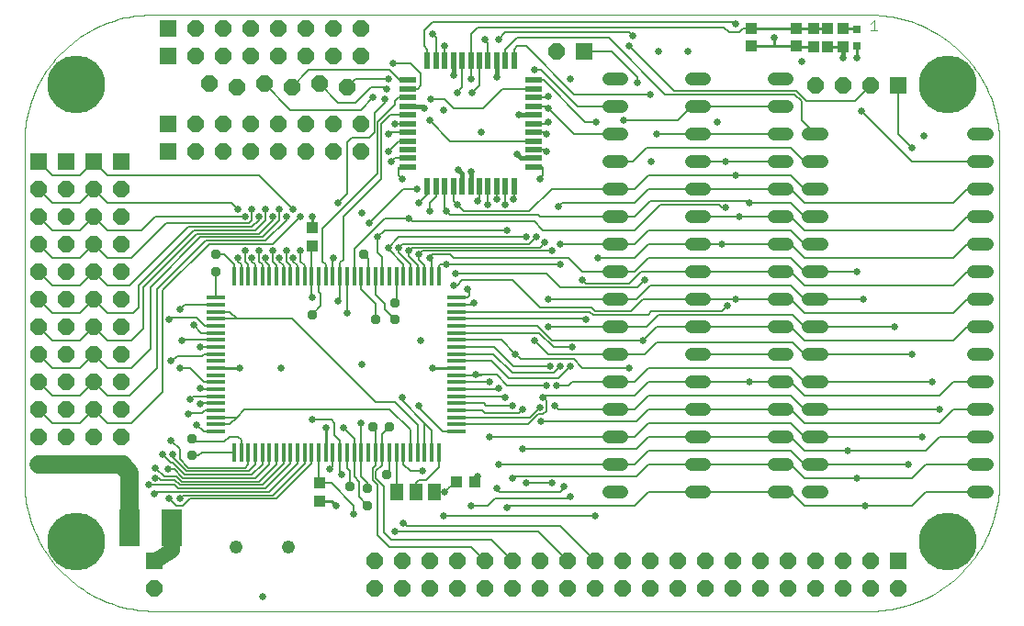
<source format=gtl>
G75*
%MOIN*%
%OFA0B0*%
%FSLAX24Y24*%
%IPPOS*%
%LPD*%
%AMOC8*
5,1,8,0,0,1.08239X$1,22.5*
%
%ADD10C,0.0000*%
%ADD11C,0.0030*%
%ADD12R,0.0394X0.0433*%
%ADD13R,0.0315X0.0315*%
%ADD14R,0.0433X0.0394*%
%ADD15C,0.2100*%
%ADD16R,0.0157X0.0709*%
%ADD17R,0.0709X0.0157*%
%ADD18C,0.0480*%
%ADD19R,0.0394X0.0394*%
%ADD20R,0.0600X0.0600*%
%ADD21OC8,0.0600*%
%ADD22R,0.0591X0.0197*%
%ADD23R,0.0197X0.0591*%
%ADD24C,0.0480*%
%ADD25OC8,0.0337*%
%ADD26R,0.0748X0.1339*%
%ADD27R,0.0512X0.0591*%
%ADD28C,0.0100*%
%ADD29C,0.0258*%
%ADD30C,0.0660*%
%ADD31C,0.0160*%
%ADD32C,0.0050*%
%ADD33C,0.0560*%
D10*
X005630Y001046D02*
X031435Y001046D01*
X031435Y001047D02*
X031570Y001048D01*
X031705Y001053D01*
X031840Y001062D01*
X031974Y001075D01*
X032108Y001091D01*
X032242Y001111D01*
X032375Y001136D01*
X032507Y001163D01*
X032638Y001195D01*
X032769Y001231D01*
X032898Y001270D01*
X033026Y001312D01*
X033153Y001359D01*
X033278Y001409D01*
X033402Y001462D01*
X033525Y001520D01*
X033646Y001580D01*
X033765Y001644D01*
X033882Y001712D01*
X033997Y001782D01*
X034110Y001856D01*
X034221Y001933D01*
X034329Y002014D01*
X034436Y002097D01*
X034539Y002183D01*
X034641Y002273D01*
X034740Y002365D01*
X034836Y002460D01*
X034929Y002557D01*
X035020Y002658D01*
X035107Y002760D01*
X035192Y002866D01*
X035274Y002973D01*
X035352Y003083D01*
X035427Y003195D01*
X035499Y003310D01*
X035568Y003426D01*
X035634Y003544D01*
X035696Y003664D01*
X035754Y003786D01*
X035810Y003909D01*
X035861Y004034D01*
X035909Y004160D01*
X035953Y004288D01*
X035994Y004417D01*
X036031Y004546D01*
X036064Y004677D01*
X036094Y004809D01*
X036120Y004942D01*
X036142Y005075D01*
X036160Y005209D01*
X036174Y005343D01*
X036185Y005478D01*
X036191Y005613D01*
X036194Y005748D01*
X036194Y018019D01*
X036191Y018156D01*
X036184Y018293D01*
X036173Y018429D01*
X036159Y018566D01*
X036140Y018701D01*
X036117Y018836D01*
X036091Y018971D01*
X036060Y019104D01*
X036026Y019237D01*
X035988Y019369D01*
X035946Y019499D01*
X035900Y019628D01*
X035850Y019756D01*
X035797Y019882D01*
X035740Y020007D01*
X035680Y020130D01*
X035616Y020251D01*
X035548Y020370D01*
X035477Y020487D01*
X035403Y020602D01*
X035325Y020715D01*
X035245Y020826D01*
X035161Y020934D01*
X035073Y021040D01*
X034983Y021143D01*
X034890Y021243D01*
X034794Y021341D01*
X034695Y021436D01*
X034593Y021528D01*
X034489Y021617D01*
X034382Y021703D01*
X034273Y021785D01*
X034162Y021865D01*
X034048Y021941D01*
X033932Y022014D01*
X033814Y022083D01*
X033694Y022149D01*
X033572Y022212D01*
X033448Y022271D01*
X033323Y022326D01*
X033196Y022378D01*
X033068Y022426D01*
X032938Y022470D01*
X032807Y022510D01*
X032675Y022547D01*
X032542Y022580D01*
X032408Y022608D01*
X032273Y022633D01*
X032138Y022654D01*
X032002Y022671D01*
X031866Y022685D01*
X031729Y022694D01*
X031592Y022699D01*
X031455Y022700D01*
X005498Y022700D01*
X000801Y018123D02*
X000801Y005692D01*
X000805Y005557D01*
X000814Y005422D01*
X000826Y005287D01*
X000842Y005153D01*
X000862Y005019D01*
X000886Y004886D01*
X000913Y004754D01*
X000945Y004622D01*
X000980Y004491D01*
X001019Y004362D01*
X001061Y004233D01*
X001107Y004106D01*
X001157Y003980D01*
X001210Y003856D01*
X001267Y003733D01*
X001327Y003612D01*
X001391Y003492D01*
X001458Y003375D01*
X001529Y003259D01*
X001602Y003146D01*
X001679Y003035D01*
X001759Y002926D01*
X001843Y002819D01*
X001929Y002714D01*
X002018Y002613D01*
X002110Y002513D01*
X002205Y002417D01*
X002302Y002323D01*
X002402Y002232D01*
X002505Y002144D01*
X002610Y002059D01*
X002718Y001977D01*
X002828Y001898D01*
X002940Y001822D01*
X003054Y001749D01*
X003170Y001680D01*
X003288Y001614D01*
X003408Y001552D01*
X003530Y001493D01*
X003653Y001437D01*
X003778Y001385D01*
X003905Y001336D01*
X004032Y001292D01*
X004161Y001250D01*
X004291Y001213D01*
X004422Y001179D01*
X004554Y001149D01*
X004687Y001123D01*
X004820Y001101D01*
X004954Y001082D01*
X005089Y001067D01*
X005224Y001056D01*
X005359Y001049D01*
X005494Y001046D01*
X005630Y001047D01*
X000800Y018123D02*
X000804Y018258D01*
X000812Y018393D01*
X000823Y018527D01*
X000839Y018661D01*
X000858Y018795D01*
X000881Y018928D01*
X000908Y019060D01*
X000939Y019191D01*
X000974Y019321D01*
X001012Y019451D01*
X001055Y019579D01*
X001101Y019705D01*
X001150Y019831D01*
X001203Y019955D01*
X001260Y020077D01*
X001321Y020198D01*
X001384Y020317D01*
X001452Y020434D01*
X001522Y020548D01*
X001596Y020661D01*
X001673Y020772D01*
X001754Y020880D01*
X001837Y020986D01*
X001924Y021090D01*
X002013Y021190D01*
X002106Y021289D01*
X002201Y021384D01*
X002299Y021477D01*
X002400Y021567D01*
X002503Y021654D01*
X002608Y021737D01*
X002717Y021818D01*
X002827Y021896D01*
X002940Y021970D01*
X003054Y022041D01*
X003171Y022109D01*
X003290Y022173D01*
X003410Y022233D01*
X003532Y022291D01*
X003656Y022344D01*
X003781Y022394D01*
X003908Y022441D01*
X004036Y022483D01*
X004165Y022522D01*
X004295Y022557D01*
X004426Y022589D01*
X004558Y022616D01*
X004691Y022640D01*
X004825Y022659D01*
X004959Y022675D01*
X005093Y022687D01*
X005228Y022695D01*
X005362Y022699D01*
X005497Y022700D01*
D11*
X031515Y022387D02*
X031638Y022510D01*
X031638Y022140D01*
X031515Y022140D02*
X031762Y022140D01*
D12*
X029438Y022210D03*
X029438Y021540D03*
X017147Y005750D03*
X016478Y005750D03*
D13*
X031000Y021580D03*
X031000Y022170D03*
D14*
X030500Y022210D03*
X029938Y022210D03*
X029938Y021540D03*
X030500Y021540D03*
X011250Y014960D03*
X011250Y014290D03*
X011500Y005710D03*
X011500Y005040D03*
D15*
X002697Y003572D03*
X002697Y020178D03*
X034303Y020178D03*
X034303Y003572D03*
D16*
X015836Y006811D03*
X015580Y006811D03*
X015324Y006811D03*
X015068Y006811D03*
X014812Y006811D03*
X014556Y006811D03*
X014300Y006811D03*
X014044Y006811D03*
X013788Y006811D03*
X013532Y006811D03*
X013277Y006811D03*
X013021Y006811D03*
X012765Y006811D03*
X012509Y006811D03*
X012253Y006811D03*
X011997Y006811D03*
X011741Y006811D03*
X011485Y006811D03*
X011229Y006811D03*
X010973Y006811D03*
X010718Y006811D03*
X010462Y006811D03*
X010206Y006811D03*
X009950Y006811D03*
X009694Y006811D03*
X009438Y006811D03*
X009182Y006811D03*
X008926Y006811D03*
X008670Y006811D03*
X008414Y006811D03*
X008414Y013189D03*
X008670Y013189D03*
X008926Y013189D03*
X009182Y013189D03*
X009438Y013189D03*
X009694Y013189D03*
X009950Y013189D03*
X010206Y013189D03*
X010462Y013189D03*
X010718Y013189D03*
X010973Y013189D03*
X011229Y013189D03*
X011485Y013189D03*
X011741Y013189D03*
X011997Y013189D03*
X012253Y013189D03*
X012509Y013189D03*
X012765Y013189D03*
X013021Y013189D03*
X013277Y013189D03*
X013532Y013189D03*
X013788Y013189D03*
X014044Y013189D03*
X014300Y013189D03*
X014556Y013189D03*
X014812Y013189D03*
X015068Y013189D03*
X015324Y013189D03*
X015580Y013189D03*
X015836Y013189D03*
D17*
X016495Y012431D03*
X016495Y012175D03*
X016495Y011919D03*
X016495Y011663D03*
X016495Y011407D03*
X016495Y011152D03*
X016495Y010896D03*
X016495Y010640D03*
X016495Y010384D03*
X016495Y010128D03*
X016495Y009872D03*
X016495Y009616D03*
X016495Y009360D03*
X016495Y009104D03*
X016495Y008848D03*
X016495Y008593D03*
X016495Y008337D03*
X016495Y008081D03*
X016495Y007825D03*
X016495Y007569D03*
X007755Y007569D03*
X007755Y007825D03*
X007755Y008081D03*
X007755Y008337D03*
X007755Y008593D03*
X007755Y008848D03*
X007755Y009104D03*
X007755Y009360D03*
X007755Y009616D03*
X007755Y009872D03*
X007755Y010128D03*
X007755Y010384D03*
X007755Y010640D03*
X007755Y010896D03*
X007755Y011152D03*
X007755Y011407D03*
X007755Y011663D03*
X007755Y011919D03*
X007755Y012175D03*
X007755Y012431D03*
D18*
X022010Y012375D02*
X022490Y012375D01*
X022010Y012375D01*
X022010Y011375D02*
X022490Y011375D01*
X022010Y011375D01*
X022010Y010375D02*
X022490Y010375D01*
X022010Y010375D01*
X022010Y009375D02*
X022490Y009375D01*
X022010Y009375D01*
X022010Y008375D02*
X022490Y008375D01*
X022010Y008375D01*
X022010Y007375D02*
X022490Y007375D01*
X022010Y007375D01*
X022010Y006375D02*
X022490Y006375D01*
X022010Y006375D01*
X022010Y005375D02*
X022490Y005375D01*
X022010Y005375D01*
X025010Y005375D02*
X025490Y005375D01*
X025490Y006375D02*
X025010Y006375D01*
X025010Y007375D02*
X025490Y007375D01*
X025490Y008375D02*
X025010Y008375D01*
X025010Y009375D02*
X025490Y009375D01*
X025490Y010375D02*
X025010Y010375D01*
X025010Y011375D02*
X025490Y011375D01*
X025490Y012375D02*
X025010Y012375D01*
X025010Y013375D02*
X025490Y013375D01*
X025490Y014375D02*
X025010Y014375D01*
X025010Y015375D02*
X025490Y015375D01*
X025490Y016375D02*
X025010Y016375D01*
X025010Y017375D02*
X025490Y017375D01*
X025490Y018375D02*
X025010Y018375D01*
X025010Y019375D02*
X025490Y019375D01*
X025490Y020375D02*
X025010Y020375D01*
X022490Y020375D02*
X022010Y020375D01*
X022490Y020375D01*
X022490Y019375D02*
X022010Y019375D01*
X022490Y019375D01*
X022490Y018375D02*
X022010Y018375D01*
X022490Y018375D01*
X022490Y017375D02*
X022010Y017375D01*
X022490Y017375D01*
X022490Y016375D02*
X022010Y016375D01*
X022490Y016375D01*
X022490Y015375D02*
X022010Y015375D01*
X022490Y015375D01*
X022490Y014375D02*
X022010Y014375D01*
X022490Y014375D01*
X022490Y013375D02*
X022010Y013375D01*
X022490Y013375D01*
X028010Y013375D02*
X028490Y013375D01*
X029260Y013375D02*
X029740Y013375D01*
X029740Y012375D02*
X029260Y012375D01*
X028490Y012375D02*
X028010Y012375D01*
X028010Y011375D02*
X028490Y011375D01*
X029260Y011375D02*
X029740Y011375D01*
X029740Y010375D02*
X029260Y010375D01*
X028490Y010375D02*
X028010Y010375D01*
X028010Y009375D02*
X028490Y009375D01*
X029260Y009375D02*
X029740Y009375D01*
X029740Y008375D02*
X029260Y008375D01*
X028490Y008375D02*
X028010Y008375D01*
X028010Y007375D02*
X028490Y007375D01*
X029260Y007375D02*
X029740Y007375D01*
X029740Y006375D02*
X029260Y006375D01*
X028490Y006375D02*
X028010Y006375D01*
X028010Y005375D02*
X028490Y005375D01*
X029260Y005375D02*
X029740Y005375D01*
X035260Y005375D02*
X035740Y005375D01*
X035740Y006375D02*
X035260Y006375D01*
X035260Y007375D02*
X035740Y007375D01*
X035740Y008375D02*
X035260Y008375D01*
X035260Y009375D02*
X035740Y009375D01*
X035740Y010375D02*
X035260Y010375D01*
X035260Y011375D02*
X035740Y011375D01*
X035740Y012375D02*
X035260Y012375D01*
X035260Y013375D02*
X035740Y013375D01*
X035740Y014375D02*
X035260Y014375D01*
X035260Y015375D02*
X035740Y015375D01*
X035740Y016375D02*
X035260Y016375D01*
X035260Y017375D02*
X035740Y017375D01*
X035740Y018375D02*
X035260Y018375D01*
X029740Y018375D02*
X029260Y018375D01*
X028490Y018375D02*
X028010Y018375D01*
X028010Y019375D02*
X028490Y019375D01*
X028490Y020375D02*
X028010Y020375D01*
X028010Y017375D02*
X028490Y017375D01*
X029260Y017375D02*
X029740Y017375D01*
X029740Y016375D02*
X029260Y016375D01*
X028490Y016375D02*
X028010Y016375D01*
X028010Y015375D02*
X028490Y015375D01*
X029260Y015375D02*
X029740Y015375D01*
X029740Y014375D02*
X029260Y014375D01*
X028490Y014375D02*
X028010Y014375D01*
D19*
X028827Y021560D03*
X028827Y022190D03*
X027173Y022190D03*
X027173Y021560D03*
D20*
X032500Y020125D03*
X021125Y021375D03*
X006000Y021188D03*
X006000Y022188D03*
X006000Y018750D03*
X006000Y017750D03*
X004313Y017375D03*
X003313Y017375D03*
X002313Y017375D03*
X001313Y017375D03*
X005500Y002875D03*
X032500Y002875D03*
D21*
X005500Y001875D03*
X004313Y006375D03*
X003313Y006375D03*
X002313Y006375D03*
X001313Y006375D03*
X001313Y007375D03*
X002313Y007375D03*
X003313Y007375D03*
X004313Y007375D03*
X004313Y008375D03*
X003313Y008375D03*
X002313Y008375D03*
X001313Y008375D03*
X001313Y009375D03*
X002313Y009375D03*
X003313Y009375D03*
X004313Y009375D03*
X004313Y010375D03*
X003313Y010375D03*
X002313Y010375D03*
X001313Y010375D03*
X001313Y011375D03*
X002313Y011375D03*
X003313Y011375D03*
X004313Y011375D03*
X004313Y012375D03*
X003313Y012375D03*
X002313Y012375D03*
X001313Y012375D03*
X001313Y013375D03*
X002313Y013375D03*
X003313Y013375D03*
X004313Y013375D03*
X004313Y014375D03*
X003313Y014375D03*
X002313Y014375D03*
X001313Y014375D03*
X001313Y015375D03*
X002313Y015375D03*
X003313Y015375D03*
X004313Y015375D03*
X004313Y016375D03*
X003313Y016375D03*
X002313Y016375D03*
X001313Y016375D03*
X007000Y017750D03*
X008000Y017750D03*
X009000Y017750D03*
X010000Y017750D03*
X011000Y017750D03*
X012000Y017750D03*
X013000Y017750D03*
X013000Y018750D03*
X012000Y018750D03*
X011000Y018750D03*
X010000Y018750D03*
X009000Y018750D03*
X008000Y018750D03*
X007000Y018750D03*
X007500Y020188D03*
X008500Y020063D03*
X009500Y020188D03*
X010500Y020063D03*
X011500Y020188D03*
X012500Y020063D03*
X012000Y021188D03*
X011000Y021188D03*
X010000Y021188D03*
X009000Y021188D03*
X008000Y021188D03*
X007000Y021188D03*
X007000Y022188D03*
X008000Y022188D03*
X009000Y022188D03*
X010000Y022188D03*
X011000Y022188D03*
X012000Y022188D03*
X013000Y022188D03*
X013000Y021188D03*
X020125Y021375D03*
X029500Y020125D03*
X030500Y020125D03*
X031500Y020125D03*
X031500Y002875D03*
X030500Y002875D03*
X029500Y002875D03*
X028500Y002875D03*
X027500Y002875D03*
X026500Y002875D03*
X025500Y002875D03*
X024500Y002875D03*
X023500Y002875D03*
X022500Y002875D03*
X021500Y002875D03*
X020500Y002875D03*
X019500Y002875D03*
X018500Y002875D03*
X017500Y002875D03*
X016500Y002875D03*
X015500Y002875D03*
X014500Y002875D03*
X013500Y002875D03*
X013500Y001875D03*
X014500Y001875D03*
X015500Y001875D03*
X016500Y001875D03*
X017500Y001875D03*
X018500Y001875D03*
X019500Y001875D03*
X020500Y001875D03*
X021500Y001875D03*
X022500Y001875D03*
X023500Y001875D03*
X024500Y001875D03*
X025500Y001875D03*
X026500Y001875D03*
X027500Y001875D03*
X028500Y001875D03*
X029500Y001875D03*
X030500Y001875D03*
X031500Y001875D03*
X032500Y001875D03*
D22*
X019283Y017175D03*
X019283Y017490D03*
X019283Y017805D03*
X019283Y018120D03*
X019283Y018435D03*
X019283Y018750D03*
X019283Y019065D03*
X019283Y019380D03*
X019283Y019695D03*
X019283Y020010D03*
X019283Y020325D03*
X014717Y020325D03*
X014717Y020010D03*
X014717Y019695D03*
X014717Y019380D03*
X014717Y019065D03*
X014717Y018750D03*
X014717Y018435D03*
X014717Y018120D03*
X014717Y017805D03*
X014717Y017490D03*
X014717Y017175D03*
D23*
X015425Y016467D03*
X015740Y016467D03*
X016055Y016467D03*
X016370Y016467D03*
X016685Y016467D03*
X017000Y016467D03*
X017315Y016467D03*
X017630Y016467D03*
X017945Y016467D03*
X018260Y016467D03*
X018575Y016467D03*
X018575Y021033D03*
X018260Y021033D03*
X017945Y021033D03*
X017630Y021033D03*
X017315Y021033D03*
X017000Y021033D03*
X016685Y021033D03*
X016370Y021033D03*
X016055Y021033D03*
X015740Y021033D03*
X015425Y021033D03*
D24*
X010388Y003375D03*
X008488Y003375D03*
D25*
X012625Y005563D03*
X013250Y005500D03*
X013938Y006000D03*
X013250Y004875D03*
X013438Y007750D03*
X014063Y007750D03*
X014250Y011625D03*
X013563Y011625D03*
X014250Y012250D03*
X013125Y014000D03*
X011250Y011813D03*
X007750Y013375D03*
X007750Y014000D03*
X006875Y007313D03*
X006875Y006688D03*
D26*
X006143Y004063D03*
X004607Y004063D03*
D27*
X014331Y005375D03*
X015000Y005375D03*
X015669Y005375D03*
D28*
X012125Y004875D02*
X011960Y005040D01*
X011500Y005040D01*
X011500Y005710D02*
X011485Y005724D01*
X011741Y006811D02*
X011741Y007679D01*
X011750Y007688D01*
X008625Y009875D02*
X008622Y009872D01*
X007755Y009872D01*
X011229Y014270D02*
X011250Y014290D01*
X011250Y014960D02*
X011250Y015375D01*
X015625Y009875D02*
X015690Y009872D01*
X016495Y009872D01*
X031000Y021125D02*
X031000Y021580D01*
X030500Y021540D02*
X029938Y021540D01*
X029438Y021540D02*
X028827Y021540D01*
X028827Y021560D01*
X028000Y021560D01*
X027173Y021560D01*
X028000Y021560D02*
X028000Y021875D01*
X027173Y022190D02*
X028827Y022190D01*
X029480Y022190D01*
X029438Y022210D02*
X029938Y022210D01*
X030500Y022210D02*
X030961Y022210D01*
D29*
X031000Y021125D03*
X030500Y021125D03*
X029000Y021000D03*
X028000Y021875D03*
X026625Y022375D03*
X024875Y021375D03*
X023813Y021375D03*
X022750Y021563D03*
X022875Y021938D03*
X023063Y020250D03*
X023500Y019813D03*
X022563Y018875D03*
X021563Y018813D03*
X019813Y018813D03*
X019750Y018375D03*
X019750Y017750D03*
X018688Y017625D03*
X019500Y016750D03*
X018563Y016000D03*
X018250Y015813D03*
X017938Y016000D03*
X017625Y015813D03*
X017250Y015938D03*
X016500Y015813D03*
X016125Y015563D03*
X015500Y015563D03*
X015125Y015875D03*
X015063Y016375D03*
X014500Y016750D03*
X014125Y017375D03*
X014000Y017750D03*
X014000Y018375D03*
X014250Y018750D03*
X015313Y019313D03*
X015563Y019625D03*
X016000Y019250D03*
X015500Y018875D03*
X016500Y019875D03*
X017063Y019875D03*
X017000Y020375D03*
X016375Y020500D03*
X016063Y021563D03*
X015625Y022000D03*
X014188Y020938D03*
X014000Y020375D03*
X013938Y020000D03*
X013875Y019625D03*
X013438Y019688D03*
X017375Y018438D03*
X018750Y019063D03*
X019813Y019313D03*
X019813Y019750D03*
X020625Y020375D03*
X019313Y020688D03*
X017938Y020438D03*
X018000Y021813D03*
X017500Y021813D03*
X023750Y018375D03*
X023563Y017375D03*
X026250Y017375D03*
X026625Y016875D03*
X027125Y015875D03*
X026750Y015375D03*
X026250Y015688D03*
X026125Y014375D03*
X023313Y013063D03*
X021625Y013875D03*
X021063Y013063D03*
X020250Y013625D03*
X019938Y014125D03*
X020250Y014375D03*
X019688Y014438D03*
X019375Y014625D03*
X019000Y014625D03*
X018313Y014875D03*
X020188Y015750D03*
X017000Y017000D03*
X016563Y017063D03*
X014750Y015313D03*
X013625Y014625D03*
X014000Y014250D03*
X014375Y014250D03*
X014750Y014125D03*
X015125Y014000D03*
X015500Y013875D03*
X016125Y013625D03*
X016438Y013313D03*
X016375Y012875D03*
X016875Y012750D03*
X017125Y012250D03*
X015188Y010875D03*
X015625Y009875D03*
X017188Y009625D03*
X017688Y009375D03*
X018000Y009125D03*
X018250Y008813D03*
X018500Y008500D03*
X018875Y008375D03*
X019500Y008438D03*
X019625Y008813D03*
X019750Y009250D03*
X020125Y009250D03*
X020250Y009938D03*
X019875Y009938D03*
X020625Y009938D03*
X020688Y010625D03*
X019813Y011375D03*
X019313Y010875D03*
X018625Y010375D03*
X021188Y011625D03*
X019813Y012375D03*
X023250Y010875D03*
X022750Y009875D03*
X020063Y008500D03*
X019563Y007938D03*
X018875Y006938D03*
X018000Y006375D03*
X018500Y005875D03*
X019000Y005688D03*
X019938Y005688D03*
X020375Y005563D03*
X020625Y005188D03*
X021500Y004500D03*
X018313Y004813D03*
X017938Y005500D03*
X017250Y005938D03*
X016063Y005375D03*
X017000Y004875D03*
X016000Y004500D03*
X014563Y004250D03*
X014250Y003938D03*
X012750Y004563D03*
X012125Y004875D03*
X012313Y006000D03*
X011875Y006188D03*
X011750Y007688D03*
X011250Y008000D03*
X012375Y007688D03*
X013000Y007875D03*
X014500Y008813D03*
X015125Y008500D03*
X013063Y010000D03*
X012500Y011875D03*
X012188Y012313D03*
X011250Y012438D03*
X010563Y013875D03*
X010813Y014125D03*
X010313Y014125D03*
X010063Y013875D03*
X009813Y014125D03*
X009563Y013875D03*
X009313Y014125D03*
X009063Y013875D03*
X008813Y014125D03*
X008563Y013875D03*
X008813Y015375D03*
X009063Y015625D03*
X009313Y015375D03*
X009563Y015625D03*
X009813Y015375D03*
X010063Y015625D03*
X010313Y015375D03*
X010563Y015625D03*
X010813Y015375D03*
X011250Y015375D03*
X012188Y015875D03*
X013063Y015500D03*
X013313Y015125D03*
X012000Y013875D03*
X008563Y015625D03*
X006438Y012000D03*
X006063Y011625D03*
X006938Y011438D03*
X006500Y010875D03*
X007188Y010625D03*
X006438Y009875D03*
X006125Y010125D03*
X007188Y009125D03*
X006813Y008750D03*
X007188Y008563D03*
X006750Y008188D03*
X007063Y007813D03*
X006125Y007250D03*
X006188Y006750D03*
X005813Y006750D03*
X005563Y006250D03*
X005563Y005875D03*
X005313Y005625D03*
X005500Y005313D03*
X006063Y005125D03*
X006438Y005125D03*
X006000Y006188D03*
X008625Y009875D03*
X010125Y009875D03*
X015250Y006125D03*
X017688Y007375D03*
X026313Y012125D03*
X026625Y012375D03*
X031000Y013375D03*
X031250Y012375D03*
X032375Y011375D03*
X033000Y010375D03*
X033750Y009375D03*
X034000Y008375D03*
X033375Y007375D03*
X032875Y006375D03*
X031000Y005875D03*
X030688Y006875D03*
X031313Y004875D03*
X027125Y009375D03*
X033000Y017875D03*
X033438Y018313D03*
X031188Y019188D03*
X025938Y018813D03*
X009438Y001563D03*
D30*
X004607Y004063D02*
X004607Y006080D01*
X004313Y006375D01*
X003313Y006375D01*
X004375Y006375D02*
X001313Y006375D01*
D31*
X016685Y016467D02*
X016685Y016940D01*
X016563Y017063D01*
X017000Y017000D02*
X017000Y016467D01*
X018688Y017625D02*
X018822Y017490D01*
X019283Y017490D01*
X019283Y019065D02*
X018752Y019065D01*
X018750Y019063D01*
X017938Y020438D02*
X017945Y020445D01*
X017945Y021033D01*
X016370Y021033D02*
X016370Y020505D01*
X016375Y020500D01*
X015245Y019380D02*
X014717Y019380D01*
X015245Y019380D02*
X015313Y019313D01*
X030500Y021125D02*
X030500Y021540D01*
D32*
X030961Y022170D02*
X031000Y022170D01*
X030961Y022210D01*
X029480Y022190D02*
X029438Y022210D01*
X027173Y022190D02*
X026877Y022190D01*
X026750Y022063D01*
X026375Y022063D01*
X026188Y022250D01*
X017250Y022250D01*
X017000Y022000D01*
X017000Y021033D01*
X017000Y020375D01*
X017315Y020127D02*
X017063Y019875D01*
X017315Y020127D02*
X017315Y021033D01*
X017630Y021033D02*
X017630Y021683D01*
X017500Y021813D01*
X018000Y021813D02*
X018250Y022063D01*
X022750Y022063D01*
X022875Y021938D01*
X022750Y021563D02*
X024375Y019938D01*
X028813Y019938D01*
X029188Y019563D01*
X030938Y019563D01*
X031500Y020125D01*
X032500Y020125D02*
X032500Y018375D01*
X033000Y017875D01*
X033000Y017375D02*
X031188Y019188D01*
X029500Y018375D02*
X029000Y018875D01*
X029000Y019563D01*
X028750Y019813D01*
X024063Y019813D01*
X022000Y021875D01*
X018688Y021875D01*
X018260Y021447D01*
X018260Y021033D01*
X018575Y021033D02*
X018575Y021450D01*
X018688Y021563D01*
X019000Y021563D01*
X020750Y019813D01*
X023500Y019813D01*
X023063Y020250D02*
X023063Y020438D01*
X022125Y021375D01*
X021125Y021375D01*
X019563Y020688D02*
X019313Y020688D01*
X019563Y020688D02*
X020875Y019375D01*
X022250Y019375D01*
X022563Y018875D02*
X024500Y018875D01*
X025000Y019375D01*
X025250Y019375D01*
X028250Y019375D01*
X028250Y018375D02*
X025250Y018375D01*
X023750Y018375D01*
X023375Y017875D02*
X022875Y017375D01*
X022250Y017375D01*
X023375Y017875D02*
X028625Y017875D01*
X029125Y017375D01*
X029500Y017375D01*
X028625Y016875D02*
X029125Y016375D01*
X029500Y016375D01*
X029125Y015875D02*
X028625Y016375D01*
X025250Y016375D01*
X023438Y016375D01*
X022938Y015875D01*
X020313Y015875D01*
X020188Y015750D01*
X019938Y016375D02*
X019125Y015563D01*
X016750Y015563D01*
X016500Y015813D01*
X016370Y015942D01*
X016370Y016467D01*
X016055Y016467D02*
X016055Y015632D01*
X016125Y015563D01*
X016250Y015438D01*
X019438Y015438D01*
X019500Y015375D01*
X022250Y015375D01*
X022938Y015375D01*
X023500Y015938D01*
X027063Y015938D01*
X027125Y015875D01*
X028625Y015875D01*
X029125Y015375D01*
X029500Y015375D01*
X029125Y014875D02*
X028625Y015375D01*
X025250Y015375D01*
X026750Y015375D01*
X026250Y015688D02*
X026125Y015688D01*
X026000Y015813D01*
X023875Y015813D01*
X022938Y014875D01*
X019625Y014875D01*
X019313Y015188D01*
X014875Y015188D01*
X014750Y015313D01*
X013875Y015313D01*
X012765Y014202D01*
X012765Y013189D01*
X013021Y013189D02*
X013021Y012729D01*
X013563Y012188D01*
X013563Y011625D01*
X013875Y012000D02*
X014250Y011625D01*
X013875Y012000D02*
X013875Y012188D01*
X013532Y012530D01*
X013532Y013189D01*
X013277Y013189D02*
X013277Y013848D01*
X013125Y014000D01*
X013625Y014063D02*
X013625Y014625D01*
X013875Y014875D01*
X018313Y014875D01*
X019000Y014625D02*
X014375Y014625D01*
X014000Y014250D01*
X014000Y014188D01*
X014556Y013631D01*
X014556Y013189D01*
X014300Y013189D02*
X014300Y012300D01*
X014250Y012250D01*
X013788Y013189D02*
X013788Y013899D01*
X013625Y014063D01*
X014375Y014063D02*
X014375Y014250D01*
X014500Y014375D01*
X019125Y014375D01*
X019375Y014625D01*
X019688Y014438D02*
X019500Y014250D01*
X014875Y014250D01*
X014750Y014125D01*
X014750Y013938D01*
X015068Y013620D01*
X015068Y013189D01*
X015324Y013189D02*
X015324Y013614D01*
X015125Y013813D01*
X015125Y014000D01*
X015250Y014125D01*
X019938Y014125D01*
X020250Y014375D02*
X022250Y014375D01*
X022938Y014375D01*
X023438Y014875D01*
X028625Y014875D01*
X029125Y014375D01*
X029500Y014375D01*
X029125Y013875D02*
X028625Y014375D01*
X025250Y014375D01*
X026125Y014375D01*
X023438Y014375D01*
X022938Y013875D01*
X021625Y013875D01*
X021063Y013375D02*
X022250Y013375D01*
X022938Y013375D01*
X023438Y013875D01*
X028625Y013875D01*
X029125Y013375D01*
X029500Y013375D01*
X031000Y013375D01*
X031250Y012375D02*
X029500Y012375D01*
X029125Y012375D01*
X028625Y012875D01*
X023500Y012875D01*
X023000Y012375D01*
X022250Y012375D01*
X019813Y012375D01*
X019500Y012063D02*
X018500Y013063D01*
X016688Y013063D01*
X016500Y012875D01*
X016375Y012875D01*
X016875Y012750D02*
X016938Y012688D01*
X016938Y012500D01*
X016869Y012431D01*
X016495Y012431D01*
X016495Y012175D02*
X017050Y012175D01*
X017125Y012250D01*
X016495Y011919D02*
X021331Y011919D01*
X021438Y011813D01*
X023438Y011813D01*
X023563Y011938D01*
X026125Y011938D01*
X026313Y012125D01*
X026625Y012375D02*
X023250Y012375D01*
X022813Y011938D01*
X021500Y011938D01*
X021375Y012063D01*
X019500Y012063D01*
X019405Y011407D02*
X019938Y010875D01*
X023250Y010875D01*
X023750Y011375D01*
X025250Y011375D01*
X028625Y011375D01*
X029125Y010875D01*
X034500Y010875D01*
X035000Y011375D01*
X035500Y011375D01*
X034500Y011875D02*
X029125Y011875D01*
X028625Y012375D01*
X025250Y012375D01*
X026625Y012375D01*
X025250Y013375D02*
X023188Y013375D01*
X022750Y012938D01*
X021188Y012938D01*
X021063Y013063D01*
X021063Y013375D02*
X020563Y013875D01*
X016375Y013875D01*
X016250Y014000D01*
X015625Y014000D01*
X015500Y013875D01*
X015580Y013795D01*
X015580Y013189D01*
X015836Y013189D02*
X015836Y013586D01*
X015875Y013625D01*
X016125Y013625D01*
X020250Y013625D01*
X019750Y013313D02*
X016438Y013313D01*
X014812Y013189D02*
X014812Y013625D01*
X014375Y014063D01*
X013313Y015125D02*
X014563Y016375D01*
X015063Y016375D01*
X015425Y016467D02*
X015425Y016175D01*
X015125Y015875D01*
X015500Y015875D02*
X015500Y015563D01*
X015500Y015875D02*
X015740Y016115D01*
X015740Y016467D01*
X016685Y016467D02*
X016688Y016464D01*
X017315Y016467D02*
X017315Y016002D01*
X017250Y015938D01*
X017625Y015813D02*
X017630Y015817D01*
X017630Y016467D01*
X017945Y016467D02*
X017945Y016007D01*
X017938Y016000D01*
X018260Y015885D02*
X018250Y015813D01*
X018260Y015885D02*
X018260Y016467D01*
X018575Y016467D02*
X018575Y016012D01*
X018563Y016000D01*
X019500Y016750D02*
X019625Y016875D01*
X019625Y017125D01*
X019575Y017175D01*
X019283Y017175D01*
X019283Y017805D02*
X019695Y017805D01*
X019750Y017750D01*
X019283Y018120D02*
X016255Y018120D01*
X015500Y018875D01*
X014717Y018750D02*
X014250Y018750D01*
X014065Y018435D02*
X014000Y018375D01*
X014065Y018435D02*
X014717Y018435D01*
X014717Y018120D02*
X014370Y018120D01*
X014000Y017750D01*
X014240Y017490D02*
X014125Y017375D01*
X014240Y017490D02*
X014717Y017490D01*
X014717Y017175D02*
X014425Y017175D01*
X014375Y017125D01*
X014375Y016875D01*
X014500Y016750D01*
X013750Y016750D02*
X013750Y018750D01*
X014065Y019065D01*
X014717Y019065D01*
X014250Y019438D02*
X013625Y018813D01*
X013625Y016938D01*
X011625Y014938D01*
X011625Y013750D01*
X011741Y013634D01*
X011741Y013189D01*
X011485Y013189D02*
X011485Y012640D01*
X011563Y012563D01*
X011563Y012125D01*
X011250Y011813D01*
X011250Y012438D02*
X011229Y012458D01*
X011229Y013189D01*
X011229Y014270D01*
X010813Y014125D02*
X010813Y013750D01*
X010973Y013589D01*
X010973Y013189D01*
X010718Y013189D02*
X010718Y013595D01*
X010563Y013750D01*
X010563Y013875D01*
X010313Y013750D02*
X010313Y014125D01*
X010063Y013875D02*
X010063Y013750D01*
X010206Y013607D01*
X010206Y013189D01*
X010462Y013189D02*
X010462Y013601D01*
X010313Y013750D01*
X009950Y013613D02*
X009813Y013750D01*
X009813Y014125D01*
X009813Y014375D02*
X007500Y014375D01*
X005813Y012688D01*
X005813Y009000D01*
X004688Y007875D01*
X003813Y007875D01*
X003313Y008375D01*
X002813Y007875D01*
X001813Y007875D01*
X001313Y008375D01*
X001813Y008875D02*
X002813Y008875D01*
X003313Y009375D01*
X003813Y008875D01*
X004625Y008875D01*
X005625Y009875D01*
X005625Y012750D01*
X007375Y014500D01*
X009563Y014500D01*
X010313Y015250D01*
X010313Y015375D01*
X010063Y015250D02*
X009438Y014625D01*
X007188Y014625D01*
X005375Y012813D01*
X005375Y010563D01*
X004688Y009875D01*
X003813Y009875D01*
X003313Y010375D01*
X002813Y009875D01*
X001813Y009875D01*
X001313Y010375D01*
X001813Y010875D02*
X002813Y010875D01*
X003313Y011375D01*
X003813Y010875D01*
X004688Y010875D01*
X005125Y011313D01*
X005125Y012813D01*
X007063Y014750D01*
X009313Y014750D01*
X009813Y015250D01*
X009813Y015375D01*
X010063Y015250D02*
X010063Y015625D01*
X010563Y015625D02*
X009313Y016875D01*
X003813Y016875D01*
X003313Y017375D01*
X002813Y016875D01*
X001813Y016875D01*
X001313Y017375D01*
X001313Y016375D02*
X001813Y015875D01*
X002813Y015875D01*
X003313Y016375D01*
X003813Y015875D01*
X008313Y015875D01*
X008563Y015625D01*
X008813Y015375D02*
X005563Y015375D01*
X005063Y014875D01*
X003813Y014875D01*
X003313Y015375D01*
X002813Y014875D01*
X001813Y014875D01*
X001313Y015375D01*
X001313Y014375D02*
X001813Y013875D01*
X002813Y013875D01*
X003313Y014375D01*
X003813Y013875D01*
X004688Y013875D01*
X005938Y015125D01*
X008938Y015125D01*
X009063Y015250D01*
X009063Y015625D01*
X009313Y015375D02*
X009313Y015250D01*
X009063Y015000D01*
X006750Y015000D01*
X004625Y012875D01*
X003813Y012875D01*
X003313Y013375D01*
X002813Y012875D01*
X001813Y012875D01*
X001313Y013375D01*
X001313Y012375D02*
X001813Y011875D01*
X002813Y011875D01*
X003313Y012375D01*
X003813Y011875D01*
X004750Y011875D01*
X004938Y012063D01*
X004938Y012875D01*
X006938Y014875D01*
X009188Y014875D01*
X009563Y015250D01*
X009563Y015625D01*
X010813Y015375D02*
X009813Y014375D01*
X009313Y014125D02*
X009313Y013750D01*
X009438Y013625D01*
X009438Y013189D01*
X009694Y013189D02*
X009694Y013619D01*
X009563Y013750D01*
X009563Y013875D01*
X009182Y013630D02*
X009063Y013750D01*
X009063Y013875D01*
X009182Y013630D02*
X009182Y013189D01*
X008926Y013189D02*
X008926Y013636D01*
X008813Y013750D01*
X008813Y014125D01*
X008563Y013875D02*
X008563Y013750D01*
X008670Y013642D01*
X008670Y013189D01*
X008414Y013189D02*
X008414Y013648D01*
X008063Y014000D01*
X007750Y014000D01*
X007750Y013375D02*
X007755Y013370D01*
X007755Y012431D01*
X007755Y012175D02*
X006613Y012175D01*
X006438Y012000D01*
X006125Y011688D02*
X006063Y011625D01*
X006125Y011688D02*
X007063Y011688D01*
X007343Y011407D01*
X007755Y011407D01*
X007755Y011152D02*
X007223Y011152D01*
X006938Y011438D01*
X006521Y010896D02*
X006500Y010875D01*
X006521Y010896D02*
X007755Y010896D01*
X007755Y010640D02*
X007202Y010640D01*
X007188Y010625D01*
X007321Y010384D02*
X007250Y010313D01*
X006375Y010313D01*
X006125Y010125D01*
X006438Y009875D02*
X006813Y009875D01*
X007327Y009360D01*
X007755Y009360D01*
X007755Y009104D02*
X007208Y009104D01*
X007188Y009125D01*
X006902Y008848D02*
X006813Y008750D01*
X006902Y008848D02*
X007755Y008848D01*
X007755Y008593D02*
X007220Y008593D01*
X007188Y008563D01*
X007337Y008337D02*
X007250Y008250D01*
X006813Y008250D01*
X006750Y008188D01*
X007063Y007813D02*
X007319Y007569D01*
X007755Y007569D01*
X007749Y007563D01*
X007755Y007825D02*
X008244Y007825D01*
X008500Y008081D01*
X008794Y008375D01*
X014063Y008375D01*
X014813Y007625D01*
X014812Y007625D01*
X014812Y006811D01*
X014556Y006811D02*
X014556Y006381D01*
X014813Y006125D01*
X015250Y006125D01*
X015375Y005813D02*
X015836Y006273D01*
X015836Y006811D01*
X015580Y006811D02*
X015580Y007608D01*
X015313Y007875D01*
X014500Y008688D01*
X014500Y008813D01*
X014250Y008625D02*
X015068Y007807D01*
X015068Y006811D01*
X015313Y006822D02*
X015313Y007875D01*
X015125Y008438D02*
X015125Y008500D01*
X015125Y008438D02*
X015994Y007569D01*
X016495Y007569D01*
X016495Y007825D02*
X019075Y007825D01*
X019438Y008188D01*
X019625Y008188D01*
X019750Y008313D01*
X019750Y008688D01*
X019625Y008813D01*
X019688Y008875D01*
X022938Y008875D01*
X023438Y009375D01*
X027125Y009375D01*
X025250Y009375D01*
X028625Y009375D01*
X029125Y008875D01*
X034000Y008875D01*
X034500Y009375D01*
X035500Y009375D01*
X035500Y008375D02*
X034500Y008375D01*
X034000Y007875D01*
X029125Y007875D01*
X028625Y008375D01*
X025250Y008375D01*
X023438Y008375D01*
X023000Y007938D01*
X019563Y007938D01*
X019143Y008081D02*
X019500Y008438D01*
X019143Y008081D02*
X016495Y008081D01*
X016495Y008337D02*
X017413Y008337D01*
X017500Y008250D01*
X018750Y008250D01*
X018875Y008375D01*
X018500Y008500D02*
X017560Y008500D01*
X017468Y008593D01*
X016495Y008593D01*
X016495Y008848D02*
X018214Y008848D01*
X018250Y008813D01*
X017979Y009104D02*
X018000Y009125D01*
X017979Y009104D02*
X016495Y009104D01*
X016495Y009360D02*
X017673Y009360D01*
X017688Y009375D01*
X017938Y009625D02*
X017188Y009625D01*
X017384Y009616D01*
X016495Y009616D01*
X016492Y010125D02*
X016495Y010128D01*
X017747Y010128D01*
X018375Y009500D01*
X020188Y009500D01*
X020625Y009938D01*
X020750Y010188D02*
X021063Y009875D01*
X022750Y009875D01*
X022938Y009375D02*
X023438Y009875D01*
X028625Y009875D01*
X029125Y009375D01*
X029500Y009375D01*
X033750Y009375D01*
X034000Y008375D02*
X029500Y008375D01*
X029125Y008375D01*
X028625Y008875D01*
X023438Y008875D01*
X022938Y008375D01*
X022250Y008375D01*
X020188Y008375D01*
X020063Y008500D01*
X020125Y009250D02*
X020563Y009250D01*
X020688Y009375D01*
X022250Y009375D01*
X022938Y009375D01*
X023313Y010375D02*
X022250Y010375D01*
X019813Y010375D01*
X019313Y010875D01*
X019473Y011152D02*
X016495Y011152D01*
X016495Y011407D02*
X019405Y011407D01*
X019473Y011152D02*
X020000Y010625D01*
X020688Y010625D01*
X020750Y010188D02*
X018813Y010188D01*
X018625Y010375D01*
X018104Y010896D01*
X016495Y010896D01*
X016495Y010640D02*
X017860Y010640D01*
X018563Y009938D01*
X019875Y009938D01*
X020000Y009688D02*
X020250Y009938D01*
X020000Y009688D02*
X018500Y009688D01*
X017804Y010384D01*
X016495Y010384D01*
X017938Y009625D02*
X018313Y009250D01*
X019750Y009250D01*
X017688Y007375D02*
X022250Y007375D01*
X022938Y007375D01*
X023438Y007875D01*
X028625Y007875D01*
X029125Y007375D01*
X029500Y007375D01*
X033375Y007375D01*
X033500Y006875D02*
X030688Y006875D01*
X029125Y006875D01*
X028625Y007375D01*
X025250Y007375D01*
X023438Y007375D01*
X023000Y006938D01*
X018875Y006938D01*
X018000Y006375D02*
X022250Y006375D01*
X022938Y006375D01*
X023438Y006875D01*
X028625Y006875D01*
X029125Y006375D01*
X029500Y006375D01*
X032875Y006375D01*
X033000Y005875D02*
X033500Y006375D01*
X035500Y006375D01*
X035500Y007375D02*
X034000Y007375D01*
X033500Y006875D01*
X033000Y005875D02*
X031000Y005875D01*
X029125Y005875D01*
X028625Y006375D01*
X025250Y006375D01*
X023438Y006375D01*
X023000Y005938D01*
X018563Y005938D01*
X018500Y005875D01*
X019000Y005688D02*
X019938Y005688D01*
X020250Y005375D02*
X020375Y005500D01*
X020375Y005563D01*
X020250Y005375D02*
X018063Y005375D01*
X017938Y005500D01*
X017875Y005125D02*
X017625Y004875D01*
X017000Y004875D01*
X016188Y005500D02*
X016063Y005375D01*
X015669Y005375D01*
X016188Y005500D02*
X016478Y005750D01*
X017147Y005750D02*
X017147Y005835D01*
X017250Y005938D01*
X017875Y005125D02*
X020563Y005125D01*
X020625Y005188D01*
X021500Y004500D02*
X016000Y004500D01*
X015000Y005375D02*
X015000Y005688D01*
X015125Y005813D01*
X015375Y005813D01*
X014331Y005640D02*
X014331Y005375D01*
X013851Y005587D02*
X013851Y003899D01*
X014125Y003625D01*
X017750Y003625D01*
X018500Y002875D01*
X017500Y002875D02*
X017000Y003375D01*
X014063Y003375D01*
X013625Y003813D01*
X013625Y005625D01*
X013438Y005813D01*
X013438Y006250D01*
X013532Y006345D01*
X013532Y006811D01*
X013532Y007655D01*
X013438Y007750D01*
X013788Y007476D02*
X014063Y007750D01*
X013788Y007476D02*
X013788Y006811D01*
X013788Y006351D01*
X013563Y006125D01*
X013563Y005875D01*
X013851Y005587D01*
X014300Y005671D02*
X014331Y005640D01*
X014300Y005671D02*
X014300Y006811D01*
X014044Y006811D02*
X014044Y006107D01*
X013938Y006000D01*
X013250Y005688D02*
X013250Y005500D01*
X013250Y005688D02*
X013000Y005938D01*
X013000Y006832D01*
X013000Y007875D01*
X012765Y007298D02*
X012765Y006811D01*
X012765Y005923D01*
X012938Y005750D01*
X012938Y005188D01*
X013250Y004875D01*
X012750Y004875D02*
X012750Y004563D01*
X012750Y004875D02*
X011938Y005688D01*
X011522Y005688D01*
X011500Y005710D01*
X011485Y005724D02*
X011485Y006811D01*
X011229Y006811D02*
X011229Y006417D01*
X009938Y005125D01*
X006813Y005125D01*
X006563Y004875D01*
X006313Y004875D01*
X006063Y005125D01*
X006438Y005125D02*
X006563Y005250D01*
X009813Y005250D01*
X010973Y006411D01*
X010973Y006811D01*
X010718Y006811D02*
X010718Y006405D01*
X009688Y005375D01*
X005563Y005375D01*
X005500Y005313D01*
X005313Y005625D02*
X006250Y005625D01*
X006375Y005500D01*
X009563Y005500D01*
X010462Y006399D01*
X010462Y006811D01*
X010206Y006811D02*
X010206Y006393D01*
X009438Y005625D01*
X006438Y005625D01*
X006250Y005813D01*
X005750Y005813D01*
X005688Y005875D01*
X005563Y005875D01*
X005875Y005938D02*
X005563Y006250D01*
X005875Y005938D02*
X006313Y005938D01*
X006500Y005750D01*
X009313Y005750D01*
X009950Y006387D01*
X009950Y006811D01*
X009694Y006811D02*
X009694Y006381D01*
X009188Y005875D01*
X006563Y005875D01*
X006250Y006188D01*
X006000Y006188D01*
X006125Y006438D02*
X005813Y006750D01*
X006188Y006750D02*
X006188Y006625D01*
X006688Y006125D01*
X008938Y006125D01*
X009182Y006370D01*
X009182Y006811D01*
X008926Y006811D02*
X008926Y006364D01*
X008813Y006250D01*
X006750Y006250D01*
X006438Y006563D01*
X006438Y006938D01*
X006125Y007250D01*
X006875Y007313D02*
X007000Y007188D01*
X008063Y007188D01*
X008250Y007375D01*
X008563Y007375D01*
X008670Y007267D01*
X008670Y006811D01*
X008414Y006811D02*
X007251Y006811D01*
X007128Y006688D01*
X006875Y006688D01*
X006188Y006438D02*
X006125Y006438D01*
X006188Y006438D02*
X006625Y006000D01*
X009063Y006000D01*
X009438Y006375D01*
X009438Y006811D01*
X008500Y008081D02*
X007755Y008081D01*
X007755Y008337D02*
X007337Y008337D01*
X007321Y010384D02*
X007755Y010384D01*
X007755Y011663D02*
X008500Y011663D01*
X010524Y011663D01*
X013563Y008625D01*
X014250Y008625D01*
X012765Y007298D02*
X012375Y007688D01*
X012063Y007875D02*
X012063Y007438D01*
X012253Y007247D01*
X012253Y006811D01*
X012253Y006060D01*
X012313Y006000D01*
X012509Y006241D02*
X012625Y006125D01*
X012625Y005563D01*
X012509Y006241D02*
X012509Y006811D01*
X011997Y006811D02*
X011997Y006310D01*
X011875Y006188D01*
X013000Y006832D02*
X013021Y006811D01*
X012063Y007875D02*
X011938Y008000D01*
X011250Y008000D01*
X015313Y006822D02*
X015324Y006811D01*
X018313Y004813D02*
X018375Y004875D01*
X022938Y004875D01*
X023438Y005375D01*
X025250Y005375D01*
X028625Y005375D01*
X029125Y004875D01*
X031313Y004875D01*
X033000Y004875D01*
X033500Y005375D01*
X035500Y005375D01*
X033000Y010375D02*
X029500Y010375D01*
X029125Y010375D01*
X028688Y010813D01*
X023750Y010813D01*
X023313Y010375D01*
X023375Y011375D02*
X022250Y011375D01*
X019813Y011375D01*
X021149Y011663D02*
X021188Y011625D01*
X021149Y011663D02*
X016495Y011663D01*
X019750Y013313D02*
X020250Y012813D01*
X023063Y012813D01*
X023313Y013063D01*
X023813Y011813D02*
X028688Y011813D01*
X029125Y011375D01*
X029500Y011375D01*
X032375Y011375D01*
X034500Y011875D02*
X035000Y012375D01*
X035500Y012375D01*
X034500Y012875D02*
X029125Y012875D01*
X028625Y013375D01*
X025250Y013375D01*
X023813Y011813D02*
X023375Y011375D01*
X025250Y010375D02*
X028250Y010375D01*
X029125Y013875D02*
X034500Y013875D01*
X035000Y014375D01*
X035500Y014375D01*
X034500Y014875D02*
X029125Y014875D01*
X029125Y015875D02*
X034500Y015875D01*
X035000Y016375D01*
X035500Y016375D01*
X035500Y015375D02*
X035000Y015375D01*
X034500Y014875D01*
X035000Y013375D02*
X034500Y012875D01*
X035000Y013375D02*
X035500Y013375D01*
X035500Y017375D02*
X033000Y017375D01*
X028625Y016875D02*
X026625Y016875D01*
X023438Y016875D01*
X022938Y016375D01*
X022250Y016375D01*
X019938Y016375D01*
X019750Y018375D02*
X019690Y018435D01*
X019283Y018435D01*
X019283Y018750D02*
X019750Y018750D01*
X019813Y018813D01*
X019813Y019313D02*
X020750Y018375D01*
X022250Y018375D01*
X021563Y018813D02*
X021150Y018813D01*
X019637Y020325D01*
X019283Y020325D01*
X019283Y020010D02*
X018135Y020010D01*
X017438Y019313D01*
X016375Y019313D01*
X016063Y019625D01*
X015563Y019625D01*
X015072Y020010D02*
X014717Y020010D01*
X014717Y020325D02*
X014425Y020325D01*
X014063Y020688D01*
X011125Y020688D01*
X010500Y020063D01*
X011500Y020188D02*
X012188Y019500D01*
X012813Y019500D01*
X013375Y020063D01*
X013875Y020063D01*
X013938Y020000D01*
X014000Y020375D02*
X012813Y020375D01*
X012500Y020063D01*
X013000Y019250D02*
X013438Y019688D01*
X013875Y019625D02*
X013875Y019500D01*
X013500Y019125D01*
X013500Y018438D01*
X013313Y018250D01*
X012688Y018250D01*
X012500Y018063D01*
X012500Y016188D01*
X012188Y015875D01*
X012375Y015375D02*
X013750Y016750D01*
X012375Y015375D02*
X012375Y013813D01*
X012253Y013690D01*
X012253Y013189D01*
X012253Y012378D01*
X012188Y012313D01*
X012509Y011884D02*
X012500Y011875D01*
X012509Y011884D02*
X012509Y013189D01*
X011997Y013189D02*
X011997Y013872D01*
X012000Y013875D01*
X009950Y013613D02*
X009950Y013189D01*
X008500Y011663D02*
X008244Y011919D01*
X007755Y011919D01*
X001813Y010875D02*
X001313Y011375D01*
X001313Y009375D02*
X001813Y008875D01*
X014250Y003938D02*
X019438Y003938D01*
X020500Y002875D01*
X021500Y002875D02*
X020250Y004125D01*
X014688Y004125D01*
X014563Y004250D01*
X025250Y017375D02*
X026250Y017375D01*
X028250Y017375D01*
X027171Y022188D02*
X027173Y022190D01*
X026625Y022375D02*
X026563Y022438D01*
X015625Y022438D01*
X015313Y022125D01*
X015313Y021563D01*
X015425Y021450D01*
X015425Y021033D01*
X015740Y021033D02*
X015740Y021885D01*
X015625Y022000D01*
X016063Y021563D02*
X016063Y021438D01*
X016055Y021430D01*
X016055Y021033D01*
X016685Y021033D02*
X016685Y020060D01*
X016500Y019875D01*
X015188Y020125D02*
X015188Y020563D01*
X014813Y020938D01*
X014188Y020938D01*
X015072Y020010D02*
X015188Y020125D01*
X014717Y019695D02*
X014382Y019695D01*
X014250Y019563D01*
X014250Y019438D01*
X013000Y019250D02*
X010438Y019250D01*
X009500Y020188D01*
X019283Y019695D02*
X019757Y019695D01*
X019813Y019750D01*
X019745Y019380D02*
X019283Y019380D01*
X019745Y019380D02*
X019813Y019313D01*
D33*
X006143Y004063D02*
X006143Y003268D01*
X005500Y002875D01*
M02*

</source>
